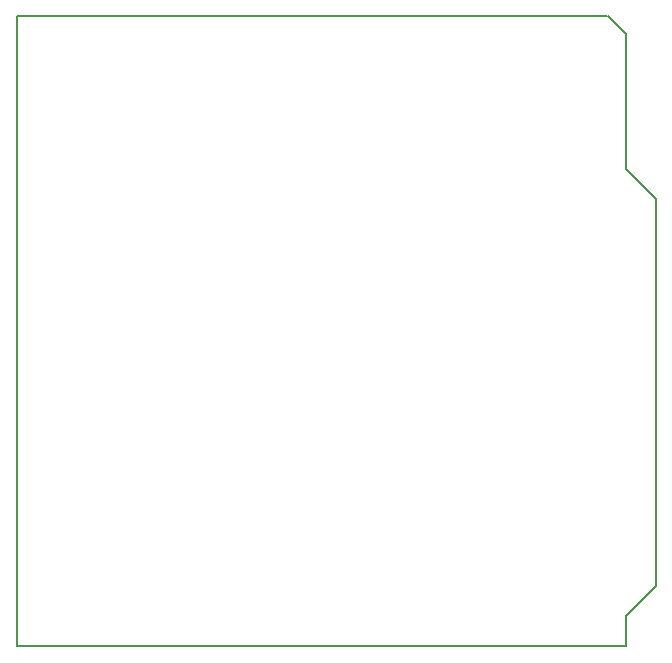
<source format=gko>
G04 #@! TF.FileFunction,Profile,NP*
%FSLAX46Y46*%
G04 Gerber Fmt 4.6, Leading zero omitted, Abs format (unit mm)*
G04 Created by KiCad (PCBNEW (2014-11-17 BZR 5289)-product) date Sat 24 Oct 2015 02:56:26 PM EDT*
%MOMM*%
G01*
G04 APERTURE LIST*
%ADD10C,0.100000*%
%ADD11C,0.150000*%
G04 APERTURE END LIST*
D10*
D11*
X179578000Y-88519000D02*
X177038000Y-85979000D01*
X175498000Y-73015000D02*
X125498000Y-73015000D01*
X176998000Y-126365000D02*
X125498000Y-126365000D01*
X177038000Y-74549000D02*
X175514000Y-73025000D01*
X177038000Y-85979000D02*
X177038000Y-74549000D01*
X179578000Y-121285000D02*
X179578000Y-88519000D01*
X177038000Y-123825000D02*
X179578000Y-121285000D01*
X177038000Y-126365000D02*
X177038000Y-123825000D01*
X125498000Y-73025000D02*
X125498000Y-126365000D01*
M02*

</source>
